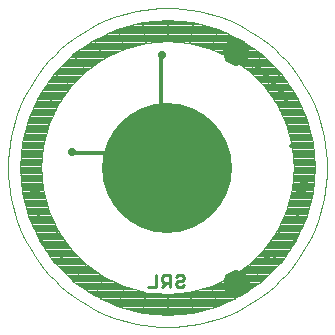
<source format=gbl>
G75*
G70*
%OFA0B0*%
%FSLAX24Y24*%
%IPPOS*%
%LPD*%
%AMOC8*
5,1,8,0,0,1.08239X$1,22.5*
%
%ADD10C,0.0004*%
%ADD11C,0.0100*%
%ADD12C,0.4331*%
%ADD13C,0.0172*%
%ADD14C,0.0039*%
%ADD15C,0.0120*%
%ADD16OC8,0.0277*%
D10*
X000111Y005426D02*
X000117Y005687D01*
X000137Y005947D01*
X000169Y006206D01*
X000213Y006463D01*
X000270Y006717D01*
X000340Y006969D01*
X000422Y007217D01*
X000516Y007460D01*
X000621Y007698D01*
X000739Y007931D01*
X000867Y008158D01*
X001007Y008379D01*
X001157Y008592D01*
X001317Y008798D01*
X001488Y008995D01*
X001668Y009184D01*
X001857Y009364D01*
X002054Y009535D01*
X002260Y009695D01*
X002473Y009845D01*
X002694Y009985D01*
X002921Y010113D01*
X003154Y010231D01*
X003392Y010336D01*
X003635Y010430D01*
X003883Y010512D01*
X004135Y010582D01*
X004389Y010639D01*
X004646Y010683D01*
X004905Y010715D01*
X005165Y010735D01*
X005426Y010741D01*
X005687Y010735D01*
X005947Y010715D01*
X006206Y010683D01*
X006463Y010639D01*
X006717Y010582D01*
X006969Y010512D01*
X007217Y010430D01*
X007460Y010336D01*
X007698Y010231D01*
X007931Y010113D01*
X008158Y009985D01*
X008379Y009845D01*
X008592Y009695D01*
X008798Y009535D01*
X008995Y009364D01*
X009184Y009184D01*
X009364Y008995D01*
X009535Y008798D01*
X009695Y008592D01*
X009845Y008379D01*
X009985Y008158D01*
X010113Y007931D01*
X010231Y007698D01*
X010336Y007460D01*
X010430Y007217D01*
X010512Y006969D01*
X010582Y006717D01*
X010639Y006463D01*
X010683Y006206D01*
X010715Y005947D01*
X010735Y005687D01*
X010741Y005426D01*
X010735Y005165D01*
X010715Y004905D01*
X010683Y004646D01*
X010639Y004389D01*
X010582Y004135D01*
X010512Y003883D01*
X010430Y003635D01*
X010336Y003392D01*
X010231Y003154D01*
X010113Y002921D01*
X009985Y002694D01*
X009845Y002473D01*
X009695Y002260D01*
X009535Y002054D01*
X009364Y001857D01*
X009184Y001668D01*
X008995Y001488D01*
X008798Y001317D01*
X008592Y001157D01*
X008379Y001007D01*
X008158Y000867D01*
X007931Y000739D01*
X007698Y000621D01*
X007460Y000516D01*
X007217Y000422D01*
X006969Y000340D01*
X006717Y000270D01*
X006463Y000213D01*
X006206Y000169D01*
X005947Y000137D01*
X005687Y000117D01*
X005426Y000111D01*
X005165Y000117D01*
X004905Y000137D01*
X004646Y000169D01*
X004389Y000213D01*
X004135Y000270D01*
X003883Y000340D01*
X003635Y000422D01*
X003392Y000516D01*
X003154Y000621D01*
X002921Y000739D01*
X002694Y000867D01*
X002473Y001007D01*
X002260Y001157D01*
X002054Y001317D01*
X001857Y001488D01*
X001668Y001668D01*
X001488Y001857D01*
X001317Y002054D01*
X001157Y002260D01*
X001007Y002473D01*
X000867Y002694D01*
X000739Y002921D01*
X000621Y003154D01*
X000516Y003392D01*
X000422Y003635D01*
X000340Y003883D01*
X000270Y004135D01*
X000213Y004389D01*
X000169Y004646D01*
X000137Y004905D01*
X000117Y005165D01*
X000111Y005426D01*
D11*
X004779Y001440D02*
X005046Y001440D01*
X005046Y001841D01*
X005239Y001774D02*
X005239Y001641D01*
X005306Y001574D01*
X005506Y001574D01*
X005373Y001574D02*
X005239Y001440D01*
X005506Y001440D02*
X005506Y001841D01*
X005306Y001841D01*
X005239Y001774D01*
X005699Y001774D02*
X005766Y001841D01*
X005900Y001841D01*
X005966Y001774D01*
X005966Y001707D01*
X005900Y001641D01*
X005766Y001641D01*
X005699Y001574D01*
X005699Y001507D01*
X005766Y001440D01*
X005900Y001440D01*
X005966Y001507D01*
D12*
X005426Y005426D03*
D13*
X007992Y009322D02*
X008078Y009236D01*
X007935Y008989D01*
X007661Y008915D01*
X007414Y009058D01*
X007340Y009332D01*
X007483Y009579D01*
X007757Y009653D01*
X008004Y009510D01*
X008078Y009236D01*
X007939Y009254D01*
X007850Y009100D01*
X007679Y009054D01*
X007525Y009143D01*
X007479Y009314D01*
X007568Y009468D01*
X007739Y009514D01*
X007893Y009425D01*
X007939Y009254D01*
X007801Y009273D01*
X007765Y009210D01*
X007698Y009192D01*
X007635Y009228D01*
X007617Y009295D01*
X007653Y009358D01*
X007720Y009376D01*
X007783Y009340D01*
X007801Y009273D01*
X007991Y001531D02*
X008077Y001617D01*
X008003Y001342D01*
X007758Y001200D01*
X007483Y001274D01*
X007341Y001519D01*
X007415Y001794D01*
X007660Y001936D01*
X007935Y001862D01*
X008077Y001617D01*
X007939Y001598D01*
X007893Y001427D01*
X007739Y001338D01*
X007568Y001384D01*
X007479Y001538D01*
X007525Y001709D01*
X007679Y001798D01*
X007850Y001752D01*
X007939Y001598D01*
X007800Y001580D01*
X007782Y001512D01*
X007721Y001477D01*
X007653Y001495D01*
X007618Y001556D01*
X007636Y001624D01*
X007697Y001659D01*
X007765Y001641D01*
X007800Y001580D01*
D14*
X002530Y001969D02*
X001950Y001969D01*
X001912Y002007D02*
X002562Y002007D01*
X002552Y002007D02*
X002993Y002007D01*
X002939Y002044D02*
X002584Y002044D01*
X002594Y002044D02*
X001875Y002044D01*
X001837Y002082D02*
X002625Y002082D01*
X002615Y002082D02*
X002885Y002082D01*
X002831Y002120D02*
X002647Y002120D01*
X002657Y002120D02*
X001799Y002120D01*
X001761Y002158D02*
X002689Y002158D01*
X002679Y002158D02*
X002776Y002158D01*
X002722Y002196D02*
X002711Y002196D01*
X002715Y002201D02*
X002259Y001659D01*
X002969Y001162D01*
X003323Y001776D01*
X002715Y002201D01*
X002721Y002196D02*
X001723Y002196D01*
X001685Y002234D02*
X002683Y002234D01*
X002721Y002196D02*
X002266Y001653D01*
X001653Y002266D01*
X002196Y002721D01*
X002721Y002196D01*
X002645Y002272D02*
X001660Y002272D01*
X001650Y002272D02*
X001674Y002272D01*
X001659Y002259D02*
X001162Y002969D01*
X001776Y003323D01*
X002201Y002715D01*
X001659Y002259D01*
X001623Y002310D02*
X001719Y002310D01*
X001705Y002310D02*
X002607Y002310D01*
X002569Y002348D02*
X001751Y002348D01*
X001764Y002348D02*
X001597Y002348D01*
X001570Y002386D02*
X001809Y002386D01*
X001796Y002386D02*
X002531Y002386D01*
X002493Y002424D02*
X001841Y002424D01*
X001854Y002424D02*
X001543Y002424D01*
X001517Y002461D02*
X001899Y002461D01*
X001887Y002461D02*
X002456Y002461D01*
X002418Y002499D02*
X001932Y002499D01*
X001944Y002499D02*
X001490Y002499D01*
X001464Y002537D02*
X001989Y002537D01*
X001977Y002537D02*
X002380Y002537D01*
X002342Y002575D02*
X002022Y002575D01*
X002034Y002575D02*
X001437Y002575D01*
X001411Y002613D02*
X002080Y002613D01*
X002068Y002613D02*
X002304Y002613D01*
X002266Y002651D02*
X002113Y002651D01*
X002125Y002651D02*
X001384Y002651D01*
X001358Y002689D02*
X002170Y002689D01*
X002158Y002689D02*
X002228Y002689D01*
X002193Y002727D02*
X001331Y002727D01*
X001304Y002765D02*
X002166Y002765D01*
X002140Y002803D02*
X001278Y002803D01*
X001251Y002841D02*
X002113Y002841D01*
X002087Y002879D02*
X001225Y002879D01*
X001198Y002916D02*
X002060Y002916D01*
X002034Y002954D02*
X001172Y002954D01*
X001166Y002962D02*
X000800Y003747D01*
X001466Y003988D01*
X001779Y003316D01*
X001166Y002962D01*
X001152Y002992D02*
X001219Y002992D01*
X001202Y002992D02*
X002007Y002992D01*
X001981Y003030D02*
X001268Y003030D01*
X001285Y003030D02*
X001134Y003030D01*
X001116Y003068D02*
X001350Y003068D01*
X001334Y003068D02*
X001954Y003068D01*
X001927Y003106D02*
X001400Y003106D01*
X001416Y003106D02*
X001099Y003106D01*
X001081Y003144D02*
X001481Y003144D01*
X001466Y003144D02*
X001901Y003144D01*
X001874Y003182D02*
X001531Y003182D01*
X001547Y003182D02*
X001063Y003182D01*
X001046Y003220D02*
X001612Y003220D01*
X001597Y003220D02*
X001848Y003220D01*
X001821Y003258D02*
X001663Y003258D01*
X001678Y003258D02*
X001028Y003258D01*
X001010Y003296D02*
X001743Y003296D01*
X001729Y003296D02*
X001795Y003296D01*
X001771Y003334D02*
X000993Y003334D01*
X000975Y003371D02*
X001754Y003371D01*
X001736Y003409D02*
X000957Y003409D01*
X000940Y003447D02*
X001718Y003447D01*
X001701Y003485D02*
X000922Y003485D01*
X000904Y003523D02*
X001683Y003523D01*
X001665Y003561D02*
X000886Y003561D01*
X000869Y003599D02*
X001648Y003599D01*
X001630Y003637D02*
X000851Y003637D01*
X000833Y003675D02*
X001612Y003675D01*
X001595Y003713D02*
X000816Y003713D01*
X000803Y003738D02*
X000579Y004575D01*
X001277Y004698D01*
X001468Y003982D01*
X000803Y003738D01*
X000800Y003751D02*
X000836Y003751D01*
X000810Y003751D02*
X001577Y003751D01*
X001559Y003788D02*
X000915Y003788D01*
X000940Y003788D02*
X000790Y003788D01*
X000779Y003826D02*
X001044Y003826D01*
X001019Y003826D02*
X001542Y003826D01*
X001524Y003864D02*
X001124Y003864D01*
X001147Y003864D02*
X000769Y003864D01*
X000759Y003902D02*
X001251Y003902D01*
X001228Y003902D02*
X001506Y003902D01*
X001489Y003940D02*
X001333Y003940D01*
X001355Y003940D02*
X000749Y003940D01*
X000739Y003978D02*
X001458Y003978D01*
X001471Y003978D02*
X001437Y003978D01*
X001459Y004016D02*
X000729Y004016D01*
X000718Y004054D02*
X001449Y004054D01*
X001439Y004092D02*
X000708Y004092D01*
X000698Y004130D02*
X001429Y004130D01*
X001419Y004168D02*
X000688Y004168D01*
X000678Y004206D02*
X001408Y004206D01*
X001398Y004243D02*
X000668Y004243D01*
X000657Y004281D02*
X001388Y004281D01*
X001378Y004319D02*
X000647Y004319D01*
X000637Y004357D02*
X001368Y004357D01*
X001358Y004395D02*
X000627Y004395D01*
X000617Y004433D02*
X001348Y004433D01*
X001337Y004471D02*
X000607Y004471D01*
X000596Y004509D02*
X001327Y004509D01*
X001317Y004547D02*
X000586Y004547D01*
X000580Y004567D02*
X000505Y005430D01*
X001213Y005429D01*
X001278Y004691D01*
X000580Y004567D01*
X000579Y004585D02*
X000679Y004585D01*
X000631Y004585D02*
X001307Y004585D01*
X001297Y004623D02*
X000847Y004623D01*
X000893Y004623D02*
X000575Y004623D01*
X000572Y004660D02*
X001107Y004660D01*
X001063Y004660D02*
X001287Y004660D01*
X001277Y004698D02*
X000569Y004698D01*
X000565Y004736D02*
X001274Y004736D01*
X001270Y004774D02*
X000562Y004774D01*
X000559Y004812D02*
X001267Y004812D01*
X001264Y004850D02*
X000555Y004850D01*
X000552Y004888D02*
X001261Y004888D01*
X001257Y004926D02*
X000549Y004926D01*
X000545Y004964D02*
X001254Y004964D01*
X001251Y005002D02*
X000542Y005002D01*
X000539Y005040D02*
X001247Y005040D01*
X001244Y005078D02*
X000535Y005078D01*
X000532Y005115D02*
X001241Y005115D01*
X001237Y005153D02*
X000529Y005153D01*
X000526Y005191D02*
X001234Y005191D01*
X001231Y005229D02*
X000522Y005229D01*
X000519Y005267D02*
X001227Y005267D01*
X001224Y005305D02*
X000516Y005305D01*
X000512Y005343D02*
X001221Y005343D01*
X001217Y005381D02*
X000509Y005381D01*
X000506Y005419D02*
X001214Y005419D01*
X001213Y005422D02*
X000505Y005421D01*
X000580Y006284D01*
X001278Y006161D01*
X001213Y005422D01*
X001216Y005457D02*
X000508Y005457D01*
X000511Y005495D02*
X001220Y005495D01*
X001223Y005532D02*
X000514Y005532D01*
X000518Y005570D02*
X001226Y005570D01*
X001230Y005608D02*
X000521Y005608D01*
X000524Y005646D02*
X001233Y005646D01*
X001236Y005684D02*
X000528Y005684D01*
X000531Y005722D02*
X001239Y005722D01*
X001243Y005760D02*
X000534Y005760D01*
X000538Y005798D02*
X001246Y005798D01*
X001249Y005836D02*
X000541Y005836D01*
X000544Y005874D02*
X001253Y005874D01*
X001256Y005912D02*
X000547Y005912D01*
X000551Y005950D02*
X001259Y005950D01*
X001263Y005987D02*
X000554Y005987D01*
X000557Y006025D02*
X001266Y006025D01*
X001269Y006063D02*
X000561Y006063D01*
X000564Y006101D02*
X001273Y006101D01*
X001276Y006139D02*
X000567Y006139D01*
X000571Y006177D02*
X001187Y006177D01*
X001144Y006177D02*
X001283Y006177D01*
X001277Y006154D02*
X000579Y006276D01*
X000803Y007113D01*
X001468Y006870D01*
X001277Y006154D01*
X001293Y006215D02*
X000928Y006215D01*
X000973Y006215D02*
X000574Y006215D01*
X000577Y006253D02*
X000759Y006253D01*
X000712Y006253D02*
X001303Y006253D01*
X001313Y006291D02*
X000582Y006291D01*
X000593Y006329D02*
X001323Y006329D01*
X001334Y006367D02*
X000603Y006367D01*
X000613Y006404D02*
X001344Y006404D01*
X001354Y006442D02*
X000623Y006442D01*
X000633Y006480D02*
X001364Y006480D01*
X001374Y006518D02*
X000643Y006518D01*
X000654Y006556D02*
X001384Y006556D01*
X001395Y006594D02*
X000664Y006594D01*
X000674Y006632D02*
X001405Y006632D01*
X001415Y006670D02*
X000684Y006670D01*
X000694Y006708D02*
X001425Y006708D01*
X001435Y006746D02*
X000704Y006746D01*
X000715Y006784D02*
X001445Y006784D01*
X001455Y006822D02*
X000725Y006822D01*
X000735Y006859D02*
X001466Y006859D01*
X001466Y006863D02*
X000800Y007105D01*
X001166Y007890D01*
X001779Y007535D01*
X001466Y006863D01*
X001482Y006897D02*
X001372Y006897D01*
X001393Y006897D02*
X000745Y006897D01*
X000755Y006935D02*
X001290Y006935D01*
X001267Y006935D02*
X001500Y006935D01*
X001517Y006973D02*
X001163Y006973D01*
X001186Y006973D02*
X000765Y006973D01*
X000776Y007011D02*
X001082Y007011D01*
X001059Y007011D02*
X001535Y007011D01*
X001553Y007049D02*
X000954Y007049D01*
X000979Y007049D02*
X000786Y007049D01*
X000796Y007087D02*
X000875Y007087D01*
X000850Y007087D02*
X001570Y007087D01*
X001588Y007125D02*
X000809Y007125D01*
X000827Y007163D02*
X001606Y007163D01*
X001623Y007201D02*
X000844Y007201D01*
X000862Y007239D02*
X001641Y007239D01*
X001659Y007276D02*
X000880Y007276D01*
X000898Y007314D02*
X001676Y007314D01*
X001694Y007352D02*
X000915Y007352D01*
X000933Y007390D02*
X001712Y007390D01*
X001729Y007428D02*
X000951Y007428D01*
X000968Y007466D02*
X001747Y007466D01*
X001765Y007504D02*
X000986Y007504D01*
X001004Y007542D02*
X001768Y007542D01*
X001753Y007542D02*
X001785Y007542D01*
X001776Y007529D02*
X001162Y007883D01*
X002024Y007883D01*
X002050Y007921D02*
X001188Y007921D01*
X001178Y007883D02*
X001163Y007883D01*
X001162Y007883D02*
X001659Y008592D01*
X002201Y008136D01*
X001776Y007529D01*
X001811Y007580D02*
X001688Y007580D01*
X001702Y007580D02*
X001021Y007580D01*
X001039Y007618D02*
X001637Y007618D01*
X001622Y007618D02*
X001838Y007618D01*
X001864Y007656D02*
X001556Y007656D01*
X001571Y007656D02*
X001057Y007656D01*
X001074Y007694D02*
X001506Y007694D01*
X001490Y007694D02*
X001891Y007694D01*
X001918Y007731D02*
X001424Y007731D01*
X001440Y007731D02*
X001092Y007731D01*
X001110Y007769D02*
X001375Y007769D01*
X001359Y007769D02*
X001944Y007769D01*
X001971Y007807D02*
X001293Y007807D01*
X001309Y007807D02*
X001127Y007807D01*
X001145Y007845D02*
X001243Y007845D01*
X001227Y007845D02*
X001997Y007845D01*
X002077Y007959D02*
X001215Y007959D01*
X001241Y007997D02*
X002103Y007997D01*
X002130Y008035D02*
X001268Y008035D01*
X001295Y008073D02*
X002156Y008073D01*
X002183Y008111D02*
X001321Y008111D01*
X001348Y008149D02*
X002187Y008149D01*
X002175Y008149D02*
X002214Y008149D01*
X002196Y008131D02*
X001653Y008586D01*
X002266Y009199D01*
X002721Y008655D01*
X002196Y008131D01*
X002142Y008186D02*
X001374Y008186D01*
X001401Y008224D02*
X002096Y008224D01*
X002085Y008224D02*
X002290Y008224D01*
X002328Y008262D02*
X002039Y008262D01*
X002051Y008262D02*
X001427Y008262D01*
X001454Y008300D02*
X002006Y008300D01*
X001994Y008300D02*
X002366Y008300D01*
X002403Y008338D02*
X001949Y008338D01*
X001961Y008338D02*
X001480Y008338D01*
X001507Y008376D02*
X001916Y008376D01*
X001904Y008376D02*
X002441Y008376D01*
X002479Y008414D02*
X001858Y008414D01*
X001871Y008414D02*
X001534Y008414D01*
X001560Y008452D02*
X001826Y008452D01*
X001813Y008452D02*
X002517Y008452D01*
X002555Y008490D02*
X001768Y008490D01*
X001781Y008490D02*
X001587Y008490D01*
X001613Y008528D02*
X001736Y008528D01*
X001722Y008528D02*
X002593Y008528D01*
X002631Y008566D02*
X001677Y008566D01*
X001690Y008566D02*
X001640Y008566D01*
X001671Y008603D02*
X002669Y008603D01*
X002707Y008641D02*
X001709Y008641D01*
X001747Y008679D02*
X002701Y008679D01*
X002691Y008679D02*
X002756Y008679D01*
X002715Y008651D02*
X002259Y009193D01*
X002969Y009690D01*
X003323Y009076D01*
X002715Y008651D01*
X002669Y008717D02*
X001785Y008717D01*
X001822Y008755D02*
X002637Y008755D01*
X002627Y008755D02*
X002864Y008755D01*
X002810Y008717D02*
X002659Y008717D01*
X002605Y008793D02*
X001860Y008793D01*
X001898Y008831D02*
X002574Y008831D01*
X002564Y008831D02*
X002973Y008831D01*
X003027Y008869D02*
X002532Y008869D01*
X002542Y008869D02*
X001936Y008869D01*
X001974Y008907D02*
X002510Y008907D01*
X002500Y008907D02*
X003081Y008907D01*
X003135Y008945D02*
X002468Y008945D01*
X002479Y008945D02*
X002012Y008945D01*
X002050Y008983D02*
X002447Y008983D01*
X002436Y008983D02*
X003189Y008983D01*
X003244Y009021D02*
X002404Y009021D01*
X002415Y009021D02*
X002088Y009021D01*
X002126Y009058D02*
X002383Y009058D01*
X002373Y009058D02*
X003298Y009058D01*
X003316Y009072D02*
X002962Y009686D01*
X003747Y010052D01*
X003988Y009386D01*
X003316Y009072D01*
X003311Y009096D02*
X002341Y009096D01*
X002352Y009096D02*
X002164Y009096D01*
X002202Y009134D02*
X002320Y009134D01*
X002309Y009134D02*
X003289Y009134D01*
X003281Y009134D02*
X003449Y009134D01*
X003368Y009096D02*
X003302Y009096D01*
X003267Y009172D02*
X002277Y009172D01*
X002288Y009172D02*
X002239Y009172D01*
X002283Y009210D02*
X003245Y009210D01*
X003237Y009210D02*
X003612Y009210D01*
X003693Y009248D02*
X003215Y009248D01*
X003223Y009248D02*
X002338Y009248D01*
X002392Y009286D02*
X003202Y009286D01*
X003193Y009286D02*
X003774Y009286D01*
X003856Y009324D02*
X003171Y009324D01*
X003180Y009324D02*
X002446Y009324D01*
X002500Y009362D02*
X003158Y009362D01*
X003149Y009362D02*
X003937Y009362D01*
X003982Y009383D02*
X003738Y010049D01*
X004575Y010273D01*
X004698Y009575D01*
X003982Y009383D01*
X003983Y009400D02*
X003127Y009400D01*
X003136Y009400D02*
X002554Y009400D01*
X002608Y009438D02*
X003114Y009438D01*
X003105Y009438D02*
X003970Y009438D01*
X003962Y009438D02*
X004184Y009438D01*
X004043Y009400D02*
X003976Y009400D01*
X003956Y009475D02*
X003083Y009475D01*
X003092Y009475D02*
X002662Y009475D01*
X002717Y009513D02*
X003071Y009513D01*
X003061Y009513D02*
X003942Y009513D01*
X003934Y009513D02*
X004468Y009513D01*
X004609Y009551D02*
X003920Y009551D01*
X003928Y009551D02*
X003039Y009551D01*
X003049Y009551D02*
X002771Y009551D01*
X002825Y009589D02*
X003027Y009589D01*
X003017Y009589D02*
X003915Y009589D01*
X003906Y009589D02*
X004695Y009589D01*
X004688Y009589D02*
X004866Y009589D01*
X004691Y009574D02*
X004567Y010271D01*
X005430Y010347D01*
X005429Y009638D01*
X004691Y009574D01*
X004689Y009627D02*
X003893Y009627D01*
X003901Y009627D02*
X002996Y009627D01*
X003005Y009627D02*
X002879Y009627D01*
X002933Y009665D02*
X002983Y009665D01*
X002974Y009665D02*
X003887Y009665D01*
X003879Y009665D02*
X004682Y009665D01*
X004675Y009665D02*
X005429Y009665D01*
X005422Y009665D02*
X006177Y009665D01*
X006170Y009665D02*
X006973Y009665D01*
X006965Y009665D02*
X007878Y009665D01*
X007869Y009665D02*
X007919Y009665D01*
X007890Y009686D02*
X007535Y009072D01*
X006863Y009386D01*
X007105Y010052D01*
X007890Y009686D01*
X007883Y009690D02*
X008592Y009193D01*
X008136Y008651D01*
X007529Y009076D01*
X007883Y009690D01*
X007853Y009703D02*
X006978Y009703D01*
X006987Y009703D02*
X006176Y009703D01*
X006184Y009703D02*
X005422Y009703D01*
X005429Y009703D02*
X004668Y009703D01*
X004675Y009703D02*
X003865Y009703D01*
X003873Y009703D02*
X002999Y009703D01*
X003080Y009741D02*
X003860Y009741D01*
X003851Y009741D02*
X004669Y009741D01*
X004661Y009741D02*
X005429Y009741D01*
X005422Y009741D02*
X006190Y009741D01*
X006183Y009741D02*
X007001Y009741D01*
X006992Y009741D02*
X007772Y009741D01*
X007690Y009779D02*
X007006Y009779D01*
X007015Y009779D02*
X006189Y009779D01*
X006197Y009779D02*
X005422Y009779D01*
X005430Y009779D02*
X004654Y009779D01*
X004662Y009779D02*
X003837Y009779D01*
X003846Y009779D02*
X003161Y009779D01*
X003243Y009817D02*
X003832Y009817D01*
X003823Y009817D02*
X004655Y009817D01*
X004648Y009817D02*
X005430Y009817D01*
X005422Y009817D02*
X006204Y009817D01*
X006196Y009817D02*
X007028Y009817D01*
X007020Y009817D02*
X007609Y009817D01*
X007528Y009855D02*
X007033Y009855D01*
X007042Y009855D02*
X006203Y009855D01*
X006211Y009855D02*
X005422Y009855D01*
X005430Y009855D02*
X004641Y009855D01*
X004649Y009855D02*
X003809Y009855D01*
X003818Y009855D02*
X003324Y009855D01*
X003405Y009893D02*
X003804Y009893D01*
X003796Y009893D02*
X004642Y009893D01*
X004634Y009893D02*
X005430Y009893D01*
X005422Y009893D02*
X006217Y009893D01*
X006209Y009893D02*
X007056Y009893D01*
X007047Y009893D02*
X007446Y009893D01*
X007365Y009930D02*
X007061Y009930D01*
X007070Y009930D02*
X006216Y009930D01*
X006224Y009930D02*
X005422Y009930D01*
X005430Y009930D02*
X004628Y009930D01*
X004636Y009930D02*
X003782Y009930D01*
X003791Y009930D02*
X003486Y009930D01*
X003568Y009968D02*
X003777Y009968D01*
X003768Y009968D02*
X004629Y009968D01*
X004621Y009968D02*
X005430Y009968D01*
X005422Y009968D02*
X006231Y009968D01*
X006223Y009968D02*
X007084Y009968D01*
X007075Y009968D02*
X007284Y009968D01*
X007203Y010006D02*
X007088Y010006D01*
X007098Y010006D02*
X006229Y010006D01*
X006238Y010006D02*
X005422Y010006D01*
X005430Y010006D02*
X004614Y010006D01*
X004622Y010006D02*
X003754Y010006D01*
X003763Y010006D02*
X003649Y010006D01*
X003730Y010044D02*
X003749Y010044D01*
X003740Y010044D02*
X004616Y010044D01*
X004607Y010044D02*
X005430Y010044D01*
X005422Y010044D02*
X006244Y010044D01*
X006236Y010044D02*
X007112Y010044D01*
X007113Y010049D02*
X006870Y009383D01*
X006154Y009575D01*
X006276Y010273D01*
X007113Y010049D01*
X007121Y010044D02*
X007102Y010044D01*
X006989Y010082D02*
X006243Y010082D01*
X006251Y010082D02*
X005422Y010082D01*
X005430Y010082D02*
X004601Y010082D01*
X004609Y010082D02*
X003863Y010082D01*
X004004Y010120D02*
X004602Y010120D01*
X004594Y010120D02*
X005430Y010120D01*
X005422Y010120D02*
X006258Y010120D01*
X006249Y010120D02*
X006847Y010120D01*
X006706Y010158D02*
X006256Y010158D01*
X006264Y010158D02*
X005422Y010158D01*
X005430Y010158D02*
X004587Y010158D01*
X004596Y010158D02*
X004146Y010158D01*
X004287Y010196D02*
X004589Y010196D01*
X004581Y010196D02*
X005430Y010196D01*
X005422Y010196D02*
X006271Y010196D01*
X006263Y010196D02*
X006564Y010196D01*
X006423Y010234D02*
X006269Y010234D01*
X006278Y010234D02*
X005422Y010234D01*
X005430Y010234D02*
X004574Y010234D01*
X004582Y010234D02*
X004429Y010234D01*
X004569Y010272D02*
X005430Y010272D01*
X005422Y010272D02*
X006283Y010272D01*
X006281Y010272D02*
X006276Y010272D01*
X006284Y010271D02*
X006161Y009574D01*
X005422Y009638D01*
X005421Y010347D01*
X006284Y010271D01*
X005850Y010310D02*
X005422Y010310D01*
X005430Y010310D02*
X005002Y010310D01*
X004576Y010272D02*
X004570Y010272D01*
X004681Y009627D02*
X005300Y009627D01*
X005552Y009627D02*
X006170Y009627D01*
X006163Y009627D02*
X006959Y009627D01*
X006951Y009627D02*
X007856Y009627D01*
X007847Y009627D02*
X007973Y009627D01*
X008027Y009589D02*
X007825Y009589D01*
X007834Y009589D02*
X006937Y009589D01*
X006945Y009589D02*
X006156Y009589D01*
X006164Y009589D02*
X005985Y009589D01*
X006242Y009551D02*
X006931Y009551D01*
X006923Y009551D02*
X007812Y009551D01*
X007803Y009551D02*
X008081Y009551D01*
X008135Y009513D02*
X007781Y009513D01*
X007790Y009513D02*
X006910Y009513D01*
X006918Y009513D02*
X006384Y009513D01*
X006526Y009475D02*
X006904Y009475D01*
X006896Y009475D02*
X007768Y009475D01*
X007759Y009475D02*
X008189Y009475D01*
X008243Y009438D02*
X007737Y009438D01*
X007747Y009438D02*
X006882Y009438D01*
X006890Y009438D02*
X006667Y009438D01*
X006809Y009400D02*
X006876Y009400D01*
X006868Y009400D02*
X007725Y009400D01*
X007716Y009400D02*
X008297Y009400D01*
X008352Y009362D02*
X007694Y009362D01*
X007703Y009362D02*
X006915Y009362D01*
X006996Y009324D02*
X007681Y009324D01*
X007672Y009324D02*
X008406Y009324D01*
X008460Y009286D02*
X007650Y009286D01*
X007659Y009286D02*
X007077Y009286D01*
X007159Y009248D02*
X007637Y009248D01*
X007628Y009248D02*
X008514Y009248D01*
X008568Y009210D02*
X007606Y009210D01*
X007615Y009210D02*
X007240Y009210D01*
X007321Y009172D02*
X007593Y009172D01*
X007584Y009172D02*
X008575Y009172D01*
X008563Y009172D02*
X008612Y009172D01*
X008586Y009199D02*
X009199Y008586D01*
X008655Y008131D01*
X008131Y008655D01*
X008586Y009199D01*
X008543Y009134D02*
X007563Y009134D01*
X007571Y009134D02*
X007402Y009134D01*
X007484Y009096D02*
X007549Y009096D01*
X007541Y009096D02*
X008511Y009096D01*
X008500Y009096D02*
X008688Y009096D01*
X008726Y009058D02*
X008468Y009058D01*
X008479Y009058D02*
X007554Y009058D01*
X007608Y009021D02*
X008447Y009021D01*
X008437Y009021D02*
X008764Y009021D01*
X008802Y008983D02*
X008405Y008983D01*
X008415Y008983D02*
X007662Y008983D01*
X007716Y008945D02*
X008384Y008945D01*
X008373Y008945D02*
X008840Y008945D01*
X008878Y008907D02*
X008341Y008907D01*
X008352Y008907D02*
X007771Y008907D01*
X007825Y008869D02*
X008320Y008869D01*
X008310Y008869D02*
X008915Y008869D01*
X008953Y008831D02*
X008278Y008831D01*
X008288Y008831D02*
X007879Y008831D01*
X007933Y008793D02*
X008256Y008793D01*
X008246Y008793D02*
X008991Y008793D01*
X009029Y008755D02*
X008214Y008755D01*
X008224Y008755D02*
X007987Y008755D01*
X008041Y008717D02*
X008192Y008717D01*
X008183Y008717D02*
X009067Y008717D01*
X009105Y008679D02*
X008151Y008679D01*
X008161Y008679D02*
X008096Y008679D01*
X008145Y008641D02*
X009143Y008641D01*
X009181Y008603D02*
X008183Y008603D01*
X008221Y008566D02*
X009175Y008566D01*
X009161Y008566D02*
X009212Y008566D01*
X009193Y008592D02*
X009690Y007883D01*
X009076Y007529D01*
X008651Y008136D01*
X009193Y008592D01*
X009238Y008528D02*
X009116Y008528D01*
X009129Y008528D02*
X008259Y008528D01*
X008297Y008490D02*
X009084Y008490D01*
X009071Y008490D02*
X009265Y008490D01*
X009292Y008452D02*
X009026Y008452D01*
X009039Y008452D02*
X008334Y008452D01*
X008372Y008414D02*
X008993Y008414D01*
X008981Y008414D02*
X009318Y008414D01*
X009345Y008376D02*
X008936Y008376D01*
X008948Y008376D02*
X008410Y008376D01*
X008448Y008338D02*
X008903Y008338D01*
X008891Y008338D02*
X009371Y008338D01*
X009398Y008300D02*
X008845Y008300D01*
X008858Y008300D02*
X008486Y008300D01*
X008524Y008262D02*
X008812Y008262D01*
X008800Y008262D02*
X009424Y008262D01*
X009451Y008224D02*
X008755Y008224D01*
X008767Y008224D02*
X008562Y008224D01*
X008600Y008186D02*
X008722Y008186D01*
X008710Y008186D02*
X009477Y008186D01*
X009504Y008149D02*
X008665Y008149D01*
X008676Y008149D02*
X008638Y008149D01*
X008669Y008111D02*
X009531Y008111D01*
X009557Y008073D02*
X008695Y008073D01*
X008722Y008035D02*
X009584Y008035D01*
X009610Y007997D02*
X008748Y007997D01*
X008775Y007959D02*
X009637Y007959D01*
X009663Y007921D02*
X008801Y007921D01*
X008828Y007883D02*
X009690Y007883D01*
X009689Y007883D02*
X009674Y007883D01*
X009686Y007890D02*
X010052Y007105D01*
X009386Y006863D01*
X009072Y007535D01*
X009686Y007890D01*
X009707Y007845D02*
X009608Y007845D01*
X009625Y007845D02*
X008855Y007845D01*
X008881Y007807D02*
X009559Y007807D01*
X009543Y007807D02*
X009724Y007807D01*
X009742Y007769D02*
X009477Y007769D01*
X009493Y007769D02*
X008908Y007769D01*
X008934Y007731D02*
X009427Y007731D01*
X009411Y007731D02*
X009760Y007731D01*
X009777Y007694D02*
X009346Y007694D01*
X009361Y007694D02*
X008961Y007694D01*
X008987Y007656D02*
X009296Y007656D01*
X009280Y007656D02*
X009795Y007656D01*
X009813Y007618D02*
X009215Y007618D01*
X009230Y007618D02*
X009014Y007618D01*
X009040Y007580D02*
X009164Y007580D01*
X009149Y007580D02*
X009830Y007580D01*
X009848Y007542D02*
X009084Y007542D01*
X009098Y007542D02*
X009067Y007542D01*
X009087Y007504D02*
X009866Y007504D01*
X009883Y007466D02*
X009105Y007466D01*
X009122Y007428D02*
X009901Y007428D01*
X009919Y007390D02*
X009140Y007390D01*
X009158Y007352D02*
X009936Y007352D01*
X009954Y007314D02*
X009175Y007314D01*
X009193Y007276D02*
X009972Y007276D01*
X009989Y007239D02*
X009211Y007239D01*
X009228Y007201D02*
X010007Y007201D01*
X010025Y007163D02*
X009246Y007163D01*
X009264Y007125D02*
X010043Y007125D01*
X010049Y007113D02*
X010273Y006276D01*
X009575Y006154D01*
X009383Y006870D01*
X010049Y007113D01*
X010056Y007087D02*
X009977Y007087D01*
X010002Y007087D02*
X009281Y007087D01*
X009299Y007049D02*
X009898Y007049D01*
X009873Y007049D02*
X010066Y007049D01*
X010076Y007011D02*
X009769Y007011D01*
X009793Y007011D02*
X009317Y007011D01*
X009334Y006973D02*
X009689Y006973D01*
X009666Y006973D02*
X010086Y006973D01*
X010096Y006935D02*
X009562Y006935D01*
X009584Y006935D02*
X009352Y006935D01*
X009370Y006897D02*
X009480Y006897D01*
X009458Y006897D02*
X010107Y006897D01*
X010117Y006859D02*
X009386Y006859D01*
X009396Y006822D02*
X010127Y006822D01*
X010137Y006784D02*
X009406Y006784D01*
X009417Y006746D02*
X010147Y006746D01*
X010157Y006708D02*
X009427Y006708D01*
X009437Y006670D02*
X010168Y006670D01*
X010178Y006632D02*
X009447Y006632D01*
X009457Y006594D02*
X010188Y006594D01*
X010198Y006556D02*
X009467Y006556D01*
X009477Y006518D02*
X010208Y006518D01*
X010218Y006480D02*
X009488Y006480D01*
X009498Y006442D02*
X010229Y006442D01*
X010239Y006404D02*
X009508Y006404D01*
X009518Y006367D02*
X010249Y006367D01*
X010259Y006329D02*
X009528Y006329D01*
X009538Y006291D02*
X010269Y006291D01*
X010271Y006284D02*
X010347Y005421D01*
X009638Y005422D01*
X009574Y006161D01*
X010271Y006284D01*
X010274Y006253D02*
X010093Y006253D01*
X010140Y006253D02*
X009549Y006253D01*
X009559Y006215D02*
X009924Y006215D01*
X009879Y006215D02*
X010278Y006215D01*
X010281Y006177D02*
X009665Y006177D01*
X009707Y006177D02*
X009569Y006177D01*
X009576Y006139D02*
X010284Y006139D01*
X010288Y006101D02*
X009579Y006101D01*
X009582Y006063D02*
X010291Y006063D01*
X010294Y006025D02*
X009586Y006025D01*
X009589Y005987D02*
X010297Y005987D01*
X010301Y005950D02*
X009592Y005950D01*
X009596Y005912D02*
X010304Y005912D01*
X010307Y005874D02*
X009599Y005874D01*
X009602Y005836D02*
X010311Y005836D01*
X010314Y005798D02*
X009606Y005798D01*
X009609Y005760D02*
X010317Y005760D01*
X010321Y005722D02*
X009612Y005722D01*
X009616Y005684D02*
X010324Y005684D01*
X010327Y005646D02*
X009619Y005646D01*
X009622Y005608D02*
X010331Y005608D01*
X010334Y005570D02*
X009626Y005570D01*
X009629Y005532D02*
X010337Y005532D01*
X010341Y005495D02*
X009632Y005495D01*
X009635Y005457D02*
X010344Y005457D01*
X010347Y005430D02*
X010271Y004567D01*
X009574Y004691D01*
X009638Y005429D01*
X010347Y005430D01*
X010346Y005419D02*
X009637Y005419D01*
X009634Y005381D02*
X010343Y005381D01*
X010339Y005343D02*
X009631Y005343D01*
X009628Y005305D02*
X010336Y005305D01*
X010333Y005267D02*
X009624Y005267D01*
X009621Y005229D02*
X010329Y005229D01*
X010326Y005191D02*
X009618Y005191D01*
X009614Y005153D02*
X010323Y005153D01*
X010320Y005115D02*
X009611Y005115D01*
X009608Y005078D02*
X010316Y005078D01*
X010313Y005040D02*
X009604Y005040D01*
X009601Y005002D02*
X010310Y005002D01*
X010306Y004964D02*
X009598Y004964D01*
X009594Y004926D02*
X010303Y004926D01*
X010300Y004888D02*
X009591Y004888D01*
X009588Y004850D02*
X010296Y004850D01*
X010293Y004812D02*
X009584Y004812D01*
X009581Y004774D02*
X010290Y004774D01*
X010286Y004736D02*
X009578Y004736D01*
X009574Y004698D02*
X010283Y004698D01*
X010280Y004660D02*
X009745Y004660D01*
X009788Y004660D02*
X009565Y004660D01*
X009555Y004623D02*
X010004Y004623D01*
X009959Y004623D02*
X010276Y004623D01*
X010273Y004585D02*
X010173Y004585D01*
X010221Y004585D02*
X009545Y004585D01*
X009535Y004547D02*
X010265Y004547D01*
X010273Y004575D02*
X010049Y003738D01*
X009383Y003982D01*
X009575Y004698D01*
X010273Y004575D01*
X010255Y004509D02*
X009524Y004509D01*
X009514Y004471D02*
X010245Y004471D01*
X010235Y004433D02*
X009504Y004433D01*
X009494Y004395D02*
X010225Y004395D01*
X010215Y004357D02*
X009484Y004357D01*
X009474Y004319D02*
X010204Y004319D01*
X010194Y004281D02*
X009464Y004281D01*
X009453Y004243D02*
X010184Y004243D01*
X010174Y004206D02*
X009443Y004206D01*
X009433Y004168D02*
X010164Y004168D01*
X010154Y004130D02*
X009423Y004130D01*
X009413Y004092D02*
X010143Y004092D01*
X010133Y004054D02*
X009403Y004054D01*
X009392Y004016D02*
X010123Y004016D01*
X010113Y003978D02*
X009393Y003978D01*
X009381Y003978D02*
X009414Y003978D01*
X009386Y003988D02*
X010052Y003747D01*
X009686Y002962D01*
X009072Y003316D01*
X009386Y003988D01*
X009363Y003940D02*
X009519Y003940D01*
X009497Y003940D02*
X010103Y003940D01*
X010093Y003902D02*
X009601Y003902D01*
X009623Y003902D02*
X009345Y003902D01*
X009328Y003864D02*
X009728Y003864D01*
X009704Y003864D02*
X010082Y003864D01*
X010072Y003826D02*
X009808Y003826D01*
X009832Y003826D02*
X009310Y003826D01*
X009292Y003788D02*
X009937Y003788D01*
X009912Y003788D02*
X010062Y003788D01*
X010052Y003751D02*
X010016Y003751D01*
X010041Y003751D02*
X009275Y003751D01*
X009257Y003713D02*
X010036Y003713D01*
X010018Y003675D02*
X009239Y003675D01*
X009222Y003637D02*
X010001Y003637D01*
X009983Y003599D02*
X009204Y003599D01*
X009186Y003561D02*
X009965Y003561D01*
X009948Y003523D02*
X009169Y003523D01*
X009151Y003485D02*
X009930Y003485D01*
X009912Y003447D02*
X009133Y003447D01*
X009116Y003409D02*
X009894Y003409D01*
X009877Y003371D02*
X009098Y003371D01*
X009080Y003334D02*
X009859Y003334D01*
X009841Y003296D02*
X009108Y003296D01*
X009123Y003296D02*
X009057Y003296D01*
X009076Y003323D02*
X009690Y002969D01*
X009193Y002259D01*
X008651Y002715D01*
X009076Y003323D01*
X009030Y003258D02*
X009189Y003258D01*
X009174Y003258D02*
X009824Y003258D01*
X009806Y003220D02*
X009239Y003220D01*
X009254Y003220D02*
X009004Y003220D01*
X008977Y003182D02*
X009320Y003182D01*
X009305Y003182D02*
X009788Y003182D01*
X009771Y003144D02*
X009370Y003144D01*
X009386Y003144D02*
X008951Y003144D01*
X008924Y003106D02*
X009452Y003106D01*
X009436Y003106D02*
X009753Y003106D01*
X009735Y003068D02*
X009502Y003068D01*
X009518Y003068D02*
X008898Y003068D01*
X008871Y003030D02*
X009583Y003030D01*
X009567Y003030D02*
X009718Y003030D01*
X009700Y002992D02*
X009633Y002992D01*
X009649Y002992D02*
X008845Y002992D01*
X008818Y002954D02*
X009680Y002954D01*
X009653Y002916D02*
X008791Y002916D01*
X008765Y002879D02*
X009627Y002879D01*
X009600Y002841D02*
X008738Y002841D01*
X008712Y002803D02*
X009574Y002803D01*
X009547Y002765D02*
X008685Y002765D01*
X008659Y002727D02*
X009521Y002727D01*
X009494Y002689D02*
X008682Y002689D01*
X008693Y002689D02*
X008624Y002689D01*
X008655Y002721D02*
X009199Y002266D01*
X008586Y001653D01*
X008131Y002196D01*
X009129Y002196D01*
X009167Y002234D02*
X008169Y002234D01*
X008136Y002201D02*
X008592Y001659D01*
X007883Y001162D01*
X007529Y001776D01*
X008136Y002201D01*
X008141Y002196D02*
X008129Y002196D01*
X008131Y002196D02*
X008655Y002721D01*
X008586Y002651D02*
X008739Y002651D01*
X008727Y002651D02*
X009468Y002651D01*
X009441Y002613D02*
X008772Y002613D01*
X008784Y002613D02*
X008548Y002613D01*
X008510Y002575D02*
X008829Y002575D01*
X008817Y002575D02*
X009414Y002575D01*
X009388Y002537D02*
X008862Y002537D01*
X008874Y002537D02*
X008472Y002537D01*
X008434Y002499D02*
X008920Y002499D01*
X008907Y002499D02*
X009361Y002499D01*
X009335Y002461D02*
X008953Y002461D01*
X008965Y002461D02*
X008396Y002461D01*
X008358Y002424D02*
X009010Y002424D01*
X008998Y002424D02*
X009308Y002424D01*
X009282Y002386D02*
X009043Y002386D01*
X009056Y002386D02*
X008320Y002386D01*
X008282Y002348D02*
X009101Y002348D01*
X009088Y002348D02*
X009255Y002348D01*
X009229Y002310D02*
X009133Y002310D01*
X009146Y002310D02*
X008244Y002310D01*
X008207Y002272D02*
X009192Y002272D01*
X009202Y002272D02*
X009178Y002272D01*
X009091Y002158D02*
X008163Y002158D01*
X008172Y002158D02*
X008075Y002158D01*
X008021Y002120D02*
X008204Y002120D01*
X008195Y002120D02*
X009053Y002120D01*
X009015Y002082D02*
X008226Y002082D01*
X008236Y002082D02*
X007967Y002082D01*
X007913Y002044D02*
X008268Y002044D01*
X008258Y002044D02*
X008977Y002044D01*
X008939Y002007D02*
X008290Y002007D01*
X008300Y002007D02*
X007859Y002007D01*
X007804Y001969D02*
X008332Y001969D01*
X008322Y001969D02*
X008901Y001969D01*
X008863Y001931D02*
X008353Y001931D01*
X008364Y001931D02*
X007750Y001931D01*
X007696Y001893D02*
X008395Y001893D01*
X008385Y001893D02*
X008825Y001893D01*
X008788Y001855D02*
X008417Y001855D01*
X008427Y001855D02*
X007642Y001855D01*
X007588Y001817D02*
X008459Y001817D01*
X008448Y001817D02*
X008750Y001817D01*
X008712Y001779D02*
X008480Y001779D01*
X008491Y001779D02*
X007534Y001779D01*
X007535Y001779D02*
X007535Y001779D01*
X007890Y001166D01*
X007105Y000800D01*
X006863Y001466D01*
X007535Y001779D01*
X007549Y001741D02*
X008523Y001741D01*
X008512Y001741D02*
X008674Y001741D01*
X008636Y001703D02*
X008544Y001703D01*
X008555Y001703D02*
X007571Y001703D01*
X007579Y001703D02*
X007372Y001703D01*
X007291Y001665D02*
X007601Y001665D01*
X007593Y001665D02*
X008587Y001665D01*
X008598Y001665D02*
X008575Y001665D01*
X008548Y001627D02*
X007615Y001627D01*
X007623Y001627D02*
X007209Y001627D01*
X007128Y001589D02*
X007645Y001589D01*
X007636Y001589D02*
X008494Y001589D01*
X008440Y001552D02*
X007658Y001552D01*
X007667Y001552D02*
X007047Y001552D01*
X006965Y001514D02*
X007689Y001514D01*
X007680Y001514D02*
X008386Y001514D01*
X008331Y001476D02*
X007702Y001476D01*
X007711Y001476D02*
X006884Y001476D01*
X006870Y001468D02*
X007113Y000803D01*
X006276Y000579D01*
X006154Y001277D01*
X006870Y001468D01*
X006873Y001438D02*
X007733Y001438D01*
X007724Y001438D02*
X008277Y001438D01*
X008223Y001400D02*
X007746Y001400D01*
X007755Y001400D02*
X006887Y001400D01*
X006895Y001400D02*
X006614Y001400D01*
X006756Y001438D02*
X006881Y001438D01*
X006901Y001362D02*
X007777Y001362D01*
X007767Y001362D02*
X008169Y001362D01*
X008115Y001324D02*
X007789Y001324D01*
X007799Y001324D02*
X006915Y001324D01*
X006923Y001324D02*
X006331Y001324D01*
X006189Y001286D02*
X006937Y001286D01*
X006929Y001286D02*
X007820Y001286D01*
X007811Y001286D02*
X008061Y001286D01*
X008007Y001248D02*
X007833Y001248D01*
X007842Y001248D02*
X006942Y001248D01*
X006950Y001248D02*
X006159Y001248D01*
X006166Y001248D02*
X005823Y001248D01*
X005851Y001251D02*
X005978Y001251D01*
X005990Y001263D01*
X006161Y001278D01*
X006284Y000580D01*
X005421Y000505D01*
X005422Y001213D01*
X005851Y001251D01*
X006165Y001210D02*
X006964Y001210D01*
X006956Y001210D02*
X007864Y001210D01*
X007855Y001210D02*
X007952Y001210D01*
X007898Y001172D02*
X007877Y001172D01*
X007886Y001172D02*
X006970Y001172D01*
X006978Y001172D02*
X006172Y001172D01*
X006180Y001172D02*
X005422Y001172D01*
X005429Y001172D02*
X004672Y001172D01*
X004680Y001172D02*
X003874Y001172D01*
X003882Y001172D02*
X002965Y001172D01*
X002962Y001166D02*
X003316Y001779D01*
X003317Y001779D01*
X003316Y001779D02*
X003988Y001466D01*
X003747Y000800D01*
X002962Y001166D01*
X002953Y001172D02*
X002975Y001172D01*
X002987Y001210D02*
X003896Y001210D01*
X003887Y001210D02*
X004686Y001210D01*
X004679Y001210D02*
X005429Y001210D01*
X005429Y001213D02*
X005000Y001251D01*
X004700Y001251D01*
X004688Y001263D01*
X004567Y000580D01*
X005430Y000505D01*
X005429Y001213D01*
X005422Y001210D02*
X006173Y001210D01*
X006179Y001135D02*
X006992Y001135D01*
X006984Y001135D02*
X007823Y001135D01*
X007741Y001097D02*
X006997Y001097D01*
X007006Y001097D02*
X006185Y001097D01*
X006193Y001097D02*
X005422Y001097D01*
X005429Y001097D02*
X004659Y001097D01*
X004666Y001097D02*
X003846Y001097D01*
X003854Y001097D02*
X003110Y001097D01*
X003029Y001135D02*
X003868Y001135D01*
X003860Y001135D02*
X004673Y001135D01*
X004665Y001135D02*
X005429Y001135D01*
X005422Y001135D02*
X006186Y001135D01*
X006192Y001059D02*
X007020Y001059D01*
X007011Y001059D02*
X007660Y001059D01*
X007579Y001021D02*
X007025Y001021D01*
X007034Y001021D02*
X006199Y001021D01*
X006206Y001021D02*
X005422Y001021D01*
X005430Y001021D02*
X004645Y001021D01*
X004653Y001021D02*
X003818Y001021D01*
X003827Y001021D02*
X003273Y001021D01*
X003192Y001059D02*
X003841Y001059D01*
X003832Y001059D02*
X004660Y001059D01*
X004652Y001059D02*
X005430Y001059D01*
X005422Y001059D02*
X006200Y001059D01*
X006205Y000983D02*
X007047Y000983D01*
X007039Y000983D02*
X007497Y000983D01*
X007416Y000945D02*
X007052Y000945D01*
X007061Y000945D02*
X006212Y000945D01*
X006220Y000945D02*
X005422Y000945D01*
X005430Y000945D02*
X004632Y000945D01*
X004640Y000945D02*
X003790Y000945D01*
X003799Y000945D02*
X003436Y000945D01*
X003517Y000907D02*
X003786Y000907D01*
X003776Y000907D02*
X004633Y000907D01*
X004625Y000907D02*
X005430Y000907D01*
X005422Y000907D02*
X006227Y000907D01*
X006219Y000907D02*
X007075Y000907D01*
X007066Y000907D02*
X007335Y000907D01*
X007254Y000869D02*
X007080Y000869D01*
X007089Y000869D02*
X006225Y000869D01*
X006233Y000869D02*
X005422Y000869D01*
X005430Y000869D02*
X004618Y000869D01*
X004626Y000869D02*
X003763Y000869D01*
X003772Y000869D02*
X003598Y000869D01*
X003679Y000831D02*
X003758Y000831D01*
X003749Y000831D02*
X004620Y000831D01*
X004612Y000831D02*
X005430Y000831D01*
X005422Y000831D02*
X006240Y000831D01*
X006232Y000831D02*
X007103Y000831D01*
X007094Y000831D02*
X007172Y000831D01*
X007077Y000793D02*
X006239Y000793D01*
X006247Y000793D02*
X005422Y000793D01*
X005430Y000793D02*
X004605Y000793D01*
X004613Y000793D02*
X003775Y000793D01*
X003738Y000803D02*
X003982Y001468D01*
X004666Y001285D01*
X004694Y001257D01*
X004575Y000579D01*
X003738Y000803D01*
X003916Y000755D02*
X004606Y000755D01*
X004598Y000755D02*
X005430Y000755D01*
X005422Y000755D02*
X006253Y000755D01*
X006245Y000755D02*
X006936Y000755D01*
X006794Y000717D02*
X006252Y000717D01*
X006260Y000717D02*
X005422Y000717D01*
X005430Y000717D02*
X004591Y000717D01*
X004600Y000717D02*
X004057Y000717D01*
X004199Y000680D02*
X004593Y000680D01*
X004585Y000680D02*
X005430Y000680D01*
X005422Y000680D02*
X006267Y000680D01*
X006259Y000680D02*
X006653Y000680D01*
X006511Y000642D02*
X006265Y000642D01*
X006274Y000642D02*
X005422Y000642D01*
X005430Y000642D02*
X004578Y000642D01*
X004586Y000642D02*
X004340Y000642D01*
X004482Y000604D02*
X004580Y000604D01*
X004571Y000604D02*
X005430Y000604D01*
X005422Y000604D02*
X006280Y000604D01*
X006272Y000604D02*
X006370Y000604D01*
X006121Y000566D02*
X005422Y000566D01*
X005430Y000566D02*
X004731Y000566D01*
X004646Y000983D02*
X003804Y000983D01*
X003813Y000983D02*
X003354Y000983D01*
X003041Y001286D02*
X002791Y001286D01*
X002845Y001248D02*
X003019Y001248D01*
X003009Y001248D02*
X003909Y001248D01*
X003901Y001248D02*
X004693Y001248D01*
X004686Y001248D02*
X005028Y001248D01*
X004662Y001286D02*
X003915Y001286D01*
X003923Y001286D02*
X003031Y001286D01*
X003053Y001324D02*
X003937Y001324D01*
X003929Y001324D02*
X004520Y001324D01*
X004379Y001362D02*
X003943Y001362D01*
X003951Y001362D02*
X003075Y001362D01*
X003084Y001362D02*
X002683Y001362D01*
X002737Y001324D02*
X003062Y001324D01*
X003097Y001400D02*
X003964Y001400D01*
X003957Y001400D02*
X004237Y001400D01*
X004096Y001438D02*
X003971Y001438D01*
X003978Y001438D02*
X003119Y001438D01*
X003128Y001438D02*
X002574Y001438D01*
X002520Y001476D02*
X003150Y001476D01*
X003141Y001476D02*
X003967Y001476D01*
X003886Y001514D02*
X003163Y001514D01*
X003172Y001514D02*
X002466Y001514D01*
X002412Y001552D02*
X003193Y001552D01*
X003185Y001552D02*
X003805Y001552D01*
X003724Y001589D02*
X003207Y001589D01*
X003215Y001589D02*
X002358Y001589D01*
X002304Y001627D02*
X003237Y001627D01*
X003228Y001627D02*
X003642Y001627D01*
X003561Y001665D02*
X003250Y001665D01*
X003259Y001665D02*
X002265Y001665D01*
X002254Y001665D02*
X002276Y001665D01*
X002297Y001703D02*
X003281Y001703D01*
X003272Y001703D02*
X003480Y001703D01*
X003398Y001741D02*
X003294Y001741D01*
X003303Y001741D02*
X002329Y001741D01*
X002340Y001741D02*
X002178Y001741D01*
X002216Y001703D02*
X002308Y001703D01*
X002361Y001779D02*
X003318Y001779D01*
X003264Y001817D02*
X002392Y001817D01*
X002403Y001817D02*
X002102Y001817D01*
X002064Y001855D02*
X002435Y001855D01*
X002424Y001855D02*
X003210Y001855D01*
X003156Y001893D02*
X002456Y001893D01*
X002467Y001893D02*
X002026Y001893D01*
X001988Y001931D02*
X002498Y001931D01*
X002488Y001931D02*
X003101Y001931D01*
X003047Y001969D02*
X002520Y001969D01*
X002371Y001779D02*
X002140Y001779D01*
X002629Y001400D02*
X003106Y001400D01*
X002997Y001210D02*
X002899Y001210D01*
X004639Y000983D02*
X005430Y000983D01*
X005422Y000983D02*
X006213Y000983D01*
X006473Y001362D02*
X006909Y001362D01*
X007453Y001741D02*
X007557Y001741D01*
X005688Y000528D02*
X005421Y000528D01*
X005430Y000528D02*
X005164Y000528D01*
X002252Y008186D02*
X002130Y008186D01*
X002596Y008793D02*
X002919Y008793D01*
X003259Y009172D02*
X003531Y009172D01*
X003948Y009475D02*
X004326Y009475D01*
X008532Y009134D02*
X008650Y009134D01*
D15*
X008308Y008908D02*
X009363Y007788D01*
X009573Y006162D02*
X009558Y006158D01*
X006607Y003851D02*
X005820Y005426D01*
X005426Y005426D01*
X004508Y005908D01*
X004558Y006258D02*
X005426Y005426D01*
X004008Y006408D01*
X004048Y006410D02*
X004048Y005908D01*
X002257Y005908D01*
X002257Y005938D01*
X004048Y006410D02*
X005032Y005426D01*
X005426Y005426D01*
X005208Y005458D01*
X005208Y009158D01*
X005229Y009166D01*
D16*
X005229Y009166D03*
X004048Y006410D03*
X002257Y005938D03*
X006607Y003851D03*
X008728Y002339D03*
X009988Y004938D03*
X009363Y007788D03*
M02*

</source>
